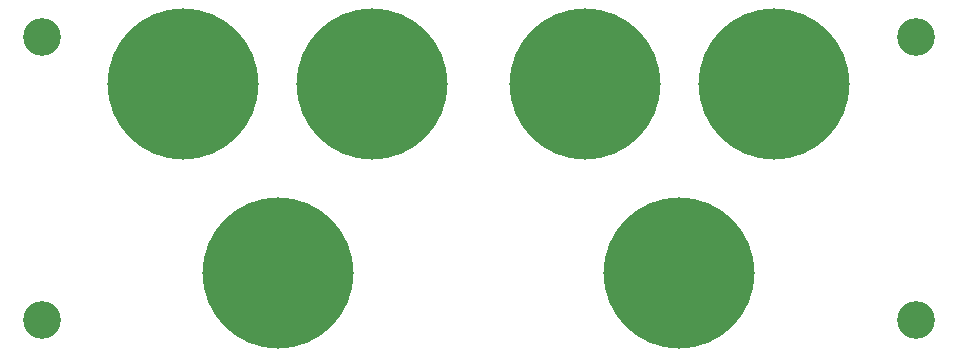
<source format=gbr>
%TF.GenerationSoftware,KiCad,Pcbnew,6.0.1-79c1e3a40b~116~ubuntu20.04.1*%
%TF.CreationDate,2022-10-21T13:42:49+09:00*%
%TF.ProjectId,HV-terminal-branch-board-2-4,48562d74-6572-46d6-996e-616c2d627261,1.0*%
%TF.SameCoordinates,Original*%
%TF.FileFunction,Soldermask,Bot*%
%TF.FilePolarity,Negative*%
%FSLAX46Y46*%
G04 Gerber Fmt 4.6, Leading zero omitted, Abs format (unit mm)*
G04 Created by KiCad (PCBNEW 6.0.1-79c1e3a40b~116~ubuntu20.04.1) date 2022-10-21 13:42:49*
%MOMM*%
%LPD*%
G01*
G04 APERTURE LIST*
%ADD10C,6.800000*%
%ADD11C,12.800000*%
%ADD12C,3.200000*%
G04 APERTURE END LIST*
D10*
%TO.C,J6*%
X137000000Y-83000000D03*
D11*
X137000000Y-83000000D03*
%TD*%
D12*
%TO.C,H4*%
X157000000Y-87000000D03*
%TD*%
%TO.C,H1*%
X83000000Y-87000000D03*
%TD*%
D11*
%TO.C,J3*%
X95000000Y-67000000D03*
D10*
X95000000Y-67000000D03*
%TD*%
D12*
%TO.C,H2*%
X83000000Y-63000000D03*
%TD*%
D10*
%TO.C,J1*%
X111000000Y-67000000D03*
D11*
X111000000Y-67000000D03*
%TD*%
%TO.C,J2*%
X145000000Y-67000000D03*
D10*
X145000000Y-67000000D03*
%TD*%
%TO.C,J4*%
X103000000Y-83000000D03*
D11*
X103000000Y-83000000D03*
%TD*%
D12*
%TO.C,H3*%
X157000000Y-63000000D03*
%TD*%
D11*
%TO.C,J5*%
X129000000Y-67000000D03*
D10*
X129000000Y-67000000D03*
%TD*%
M02*

</source>
